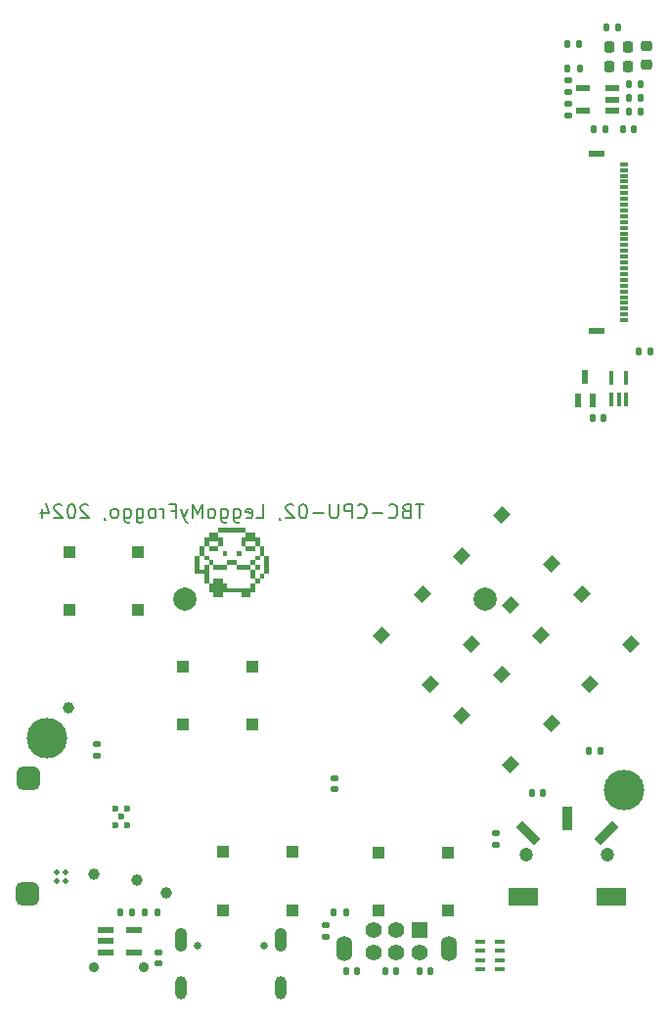
<source format=gbr>
%TF.GenerationSoftware,KiCad,Pcbnew,7.0.1*%
%TF.CreationDate,2024-09-27T15:08:14-07:00*%
%TF.ProjectId,agbc,61676263-2e6b-4696-9361-645f70636258,02*%
%TF.SameCoordinates,Original*%
%TF.FileFunction,Soldermask,Bot*%
%TF.FilePolarity,Negative*%
%FSLAX46Y46*%
G04 Gerber Fmt 4.6, Leading zero omitted, Abs format (unit mm)*
G04 Created by KiCad (PCBNEW 7.0.1) date 2024-09-27 15:08:14*
%MOMM*%
%LPD*%
G01*
G04 APERTURE LIST*
G04 Aperture macros list*
%AMRoundRect*
0 Rectangle with rounded corners*
0 $1 Rounding radius*
0 $2 $3 $4 $5 $6 $7 $8 $9 X,Y pos of 4 corners*
0 Add a 4 corners polygon primitive as box body*
4,1,4,$2,$3,$4,$5,$6,$7,$8,$9,$2,$3,0*
0 Add four circle primitives for the rounded corners*
1,1,$1+$1,$2,$3*
1,1,$1+$1,$4,$5*
1,1,$1+$1,$6,$7*
1,1,$1+$1,$8,$9*
0 Add four rect primitives between the rounded corners*
20,1,$1+$1,$2,$3,$4,$5,0*
20,1,$1+$1,$4,$5,$6,$7,0*
20,1,$1+$1,$6,$7,$8,$9,0*
20,1,$1+$1,$8,$9,$2,$3,0*%
%AMRotRect*
0 Rectangle, with rotation*
0 The origin of the aperture is its center*
0 $1 length*
0 $2 width*
0 $3 Rotation angle, in degrees counterclockwise*
0 Add horizontal line*
21,1,$1,$2,0,0,$3*%
G04 Aperture macros list end*
%ADD10C,0.200000*%
%ADD11C,0.650000*%
%ADD12O,1.050000X2.100000*%
%ADD13O,1.000000X2.000000*%
%ADD14C,0.900000*%
%ADD15C,3.500000*%
%ADD16C,0.500000*%
%ADD17C,0.600000*%
%ADD18C,2.000000*%
%ADD19R,1.400000X1.400000*%
%ADD20C,1.400000*%
%ADD21O,1.400000X2.200000*%
%ADD22RoundRect,0.140000X0.140000X0.170000X-0.140000X0.170000X-0.140000X-0.170000X0.140000X-0.170000X0*%
%ADD23R,1.000000X1.100000*%
%ADD24RoundRect,0.140000X0.170000X-0.140000X0.170000X0.140000X-0.170000X0.140000X-0.170000X-0.140000X0*%
%ADD25C,1.000000*%
%ADD26RoundRect,0.218750X-0.218750X-0.256250X0.218750X-0.256250X0.218750X0.256250X-0.218750X0.256250X0*%
%ADD27C,1.200000*%
%ADD28RotRect,0.800000X2.200000X225.000000*%
%ADD29R,2.600000X1.500000*%
%ADD30RotRect,0.800000X2.200000X135.000000*%
%ADD31R,0.823000X2.000000*%
%ADD32RoundRect,0.135000X0.135000X0.185000X-0.135000X0.185000X-0.135000X-0.185000X0.135000X-0.185000X0*%
%ADD33RoundRect,0.140000X-0.140000X-0.170000X0.140000X-0.170000X0.140000X0.170000X-0.140000X0.170000X0*%
%ADD34RoundRect,0.500000X0.500000X0.500000X-0.500000X0.500000X-0.500000X-0.500000X0.500000X-0.500000X0*%
%ADD35RoundRect,0.135000X-0.135000X-0.185000X0.135000X-0.185000X0.135000X0.185000X-0.135000X0.185000X0*%
%ADD36R,1.200000X0.600000*%
%ADD37R,0.900000X0.400000*%
%ADD38RotRect,1.000000X1.100000X315.000000*%
%ADD39RoundRect,0.218750X0.218750X0.256250X-0.218750X0.256250X-0.218750X-0.256250X0.218750X-0.256250X0*%
%ADD40RoundRect,0.218750X0.256250X-0.218750X0.256250X0.218750X-0.256250X0.218750X-0.256250X-0.218750X0*%
%ADD41RoundRect,0.135000X-0.185000X0.135000X-0.185000X-0.135000X0.185000X-0.135000X0.185000X0.135000X0*%
%ADD42R,0.550000X1.150000*%
%ADD43RoundRect,0.140000X-0.170000X0.140000X-0.170000X-0.140000X0.170000X-0.140000X0.170000X0.140000X0*%
%ADD44R,0.400000X1.200000*%
%ADD45R,0.650000X0.300000*%
%ADD46R,1.313000X0.550000*%
%ADD47R,1.400000X0.600000*%
G04 APERTURE END LIST*
D10*
X143499999Y-91003142D02*
X142814285Y-91003142D01*
X143157142Y-92203142D02*
X143157142Y-91003142D01*
X142014284Y-91574571D02*
X141842856Y-91631714D01*
X141842856Y-91631714D02*
X141785713Y-91688857D01*
X141785713Y-91688857D02*
X141728570Y-91803142D01*
X141728570Y-91803142D02*
X141728570Y-91974571D01*
X141728570Y-91974571D02*
X141785713Y-92088857D01*
X141785713Y-92088857D02*
X141842856Y-92146000D01*
X141842856Y-92146000D02*
X141957141Y-92203142D01*
X141957141Y-92203142D02*
X142414284Y-92203142D01*
X142414284Y-92203142D02*
X142414284Y-91003142D01*
X142414284Y-91003142D02*
X142014284Y-91003142D01*
X142014284Y-91003142D02*
X141899999Y-91060285D01*
X141899999Y-91060285D02*
X141842856Y-91117428D01*
X141842856Y-91117428D02*
X141785713Y-91231714D01*
X141785713Y-91231714D02*
X141785713Y-91346000D01*
X141785713Y-91346000D02*
X141842856Y-91460285D01*
X141842856Y-91460285D02*
X141899999Y-91517428D01*
X141899999Y-91517428D02*
X142014284Y-91574571D01*
X142014284Y-91574571D02*
X142414284Y-91574571D01*
X140528570Y-92088857D02*
X140585713Y-92146000D01*
X140585713Y-92146000D02*
X140757141Y-92203142D01*
X140757141Y-92203142D02*
X140871427Y-92203142D01*
X140871427Y-92203142D02*
X141042856Y-92146000D01*
X141042856Y-92146000D02*
X141157141Y-92031714D01*
X141157141Y-92031714D02*
X141214284Y-91917428D01*
X141214284Y-91917428D02*
X141271427Y-91688857D01*
X141271427Y-91688857D02*
X141271427Y-91517428D01*
X141271427Y-91517428D02*
X141214284Y-91288857D01*
X141214284Y-91288857D02*
X141157141Y-91174571D01*
X141157141Y-91174571D02*
X141042856Y-91060285D01*
X141042856Y-91060285D02*
X140871427Y-91003142D01*
X140871427Y-91003142D02*
X140757141Y-91003142D01*
X140757141Y-91003142D02*
X140585713Y-91060285D01*
X140585713Y-91060285D02*
X140528570Y-91117428D01*
X140014284Y-91746000D02*
X139099999Y-91746000D01*
X137842856Y-92088857D02*
X137899999Y-92146000D01*
X137899999Y-92146000D02*
X138071427Y-92203142D01*
X138071427Y-92203142D02*
X138185713Y-92203142D01*
X138185713Y-92203142D02*
X138357142Y-92146000D01*
X138357142Y-92146000D02*
X138471427Y-92031714D01*
X138471427Y-92031714D02*
X138528570Y-91917428D01*
X138528570Y-91917428D02*
X138585713Y-91688857D01*
X138585713Y-91688857D02*
X138585713Y-91517428D01*
X138585713Y-91517428D02*
X138528570Y-91288857D01*
X138528570Y-91288857D02*
X138471427Y-91174571D01*
X138471427Y-91174571D02*
X138357142Y-91060285D01*
X138357142Y-91060285D02*
X138185713Y-91003142D01*
X138185713Y-91003142D02*
X138071427Y-91003142D01*
X138071427Y-91003142D02*
X137899999Y-91060285D01*
X137899999Y-91060285D02*
X137842856Y-91117428D01*
X137328570Y-92203142D02*
X137328570Y-91003142D01*
X137328570Y-91003142D02*
X136871427Y-91003142D01*
X136871427Y-91003142D02*
X136757142Y-91060285D01*
X136757142Y-91060285D02*
X136699999Y-91117428D01*
X136699999Y-91117428D02*
X136642856Y-91231714D01*
X136642856Y-91231714D02*
X136642856Y-91403142D01*
X136642856Y-91403142D02*
X136699999Y-91517428D01*
X136699999Y-91517428D02*
X136757142Y-91574571D01*
X136757142Y-91574571D02*
X136871427Y-91631714D01*
X136871427Y-91631714D02*
X137328570Y-91631714D01*
X136128570Y-91003142D02*
X136128570Y-91974571D01*
X136128570Y-91974571D02*
X136071427Y-92088857D01*
X136071427Y-92088857D02*
X136014285Y-92146000D01*
X136014285Y-92146000D02*
X135899999Y-92203142D01*
X135899999Y-92203142D02*
X135671427Y-92203142D01*
X135671427Y-92203142D02*
X135557142Y-92146000D01*
X135557142Y-92146000D02*
X135499999Y-92088857D01*
X135499999Y-92088857D02*
X135442856Y-91974571D01*
X135442856Y-91974571D02*
X135442856Y-91003142D01*
X134871427Y-91746000D02*
X133957142Y-91746000D01*
X133157142Y-91003142D02*
X133042856Y-91003142D01*
X133042856Y-91003142D02*
X132928570Y-91060285D01*
X132928570Y-91060285D02*
X132871428Y-91117428D01*
X132871428Y-91117428D02*
X132814285Y-91231714D01*
X132814285Y-91231714D02*
X132757142Y-91460285D01*
X132757142Y-91460285D02*
X132757142Y-91746000D01*
X132757142Y-91746000D02*
X132814285Y-91974571D01*
X132814285Y-91974571D02*
X132871428Y-92088857D01*
X132871428Y-92088857D02*
X132928570Y-92146000D01*
X132928570Y-92146000D02*
X133042856Y-92203142D01*
X133042856Y-92203142D02*
X133157142Y-92203142D01*
X133157142Y-92203142D02*
X133271428Y-92146000D01*
X133271428Y-92146000D02*
X133328570Y-92088857D01*
X133328570Y-92088857D02*
X133385713Y-91974571D01*
X133385713Y-91974571D02*
X133442856Y-91746000D01*
X133442856Y-91746000D02*
X133442856Y-91460285D01*
X133442856Y-91460285D02*
X133385713Y-91231714D01*
X133385713Y-91231714D02*
X133328570Y-91117428D01*
X133328570Y-91117428D02*
X133271428Y-91060285D01*
X133271428Y-91060285D02*
X133157142Y-91003142D01*
X132299999Y-91117428D02*
X132242856Y-91060285D01*
X132242856Y-91060285D02*
X132128571Y-91003142D01*
X132128571Y-91003142D02*
X131842856Y-91003142D01*
X131842856Y-91003142D02*
X131728571Y-91060285D01*
X131728571Y-91060285D02*
X131671428Y-91117428D01*
X131671428Y-91117428D02*
X131614285Y-91231714D01*
X131614285Y-91231714D02*
X131614285Y-91346000D01*
X131614285Y-91346000D02*
X131671428Y-91517428D01*
X131671428Y-91517428D02*
X132357142Y-92203142D01*
X132357142Y-92203142D02*
X131614285Y-92203142D01*
X131042856Y-92146000D02*
X131042856Y-92203142D01*
X131042856Y-92203142D02*
X131099999Y-92317428D01*
X131099999Y-92317428D02*
X131157142Y-92374571D01*
X129042856Y-92203142D02*
X129614284Y-92203142D01*
X129614284Y-92203142D02*
X129614284Y-91003142D01*
X128185712Y-92146000D02*
X128299998Y-92203142D01*
X128299998Y-92203142D02*
X128528570Y-92203142D01*
X128528570Y-92203142D02*
X128642855Y-92146000D01*
X128642855Y-92146000D02*
X128699998Y-92031714D01*
X128699998Y-92031714D02*
X128699998Y-91574571D01*
X128699998Y-91574571D02*
X128642855Y-91460285D01*
X128642855Y-91460285D02*
X128528570Y-91403142D01*
X128528570Y-91403142D02*
X128299998Y-91403142D01*
X128299998Y-91403142D02*
X128185712Y-91460285D01*
X128185712Y-91460285D02*
X128128570Y-91574571D01*
X128128570Y-91574571D02*
X128128570Y-91688857D01*
X128128570Y-91688857D02*
X128699998Y-91803142D01*
X127099999Y-91403142D02*
X127099999Y-92374571D01*
X127099999Y-92374571D02*
X127157141Y-92488857D01*
X127157141Y-92488857D02*
X127214284Y-92546000D01*
X127214284Y-92546000D02*
X127328570Y-92603142D01*
X127328570Y-92603142D02*
X127499999Y-92603142D01*
X127499999Y-92603142D02*
X127614284Y-92546000D01*
X127099999Y-92146000D02*
X127214284Y-92203142D01*
X127214284Y-92203142D02*
X127442856Y-92203142D01*
X127442856Y-92203142D02*
X127557141Y-92146000D01*
X127557141Y-92146000D02*
X127614284Y-92088857D01*
X127614284Y-92088857D02*
X127671427Y-91974571D01*
X127671427Y-91974571D02*
X127671427Y-91631714D01*
X127671427Y-91631714D02*
X127614284Y-91517428D01*
X127614284Y-91517428D02*
X127557141Y-91460285D01*
X127557141Y-91460285D02*
X127442856Y-91403142D01*
X127442856Y-91403142D02*
X127214284Y-91403142D01*
X127214284Y-91403142D02*
X127099999Y-91460285D01*
X126014285Y-91403142D02*
X126014285Y-92374571D01*
X126014285Y-92374571D02*
X126071427Y-92488857D01*
X126071427Y-92488857D02*
X126128570Y-92546000D01*
X126128570Y-92546000D02*
X126242856Y-92603142D01*
X126242856Y-92603142D02*
X126414285Y-92603142D01*
X126414285Y-92603142D02*
X126528570Y-92546000D01*
X126014285Y-92146000D02*
X126128570Y-92203142D01*
X126128570Y-92203142D02*
X126357142Y-92203142D01*
X126357142Y-92203142D02*
X126471427Y-92146000D01*
X126471427Y-92146000D02*
X126528570Y-92088857D01*
X126528570Y-92088857D02*
X126585713Y-91974571D01*
X126585713Y-91974571D02*
X126585713Y-91631714D01*
X126585713Y-91631714D02*
X126528570Y-91517428D01*
X126528570Y-91517428D02*
X126471427Y-91460285D01*
X126471427Y-91460285D02*
X126357142Y-91403142D01*
X126357142Y-91403142D02*
X126128570Y-91403142D01*
X126128570Y-91403142D02*
X126014285Y-91460285D01*
X125271428Y-92203142D02*
X125385713Y-92146000D01*
X125385713Y-92146000D02*
X125442856Y-92088857D01*
X125442856Y-92088857D02*
X125499999Y-91974571D01*
X125499999Y-91974571D02*
X125499999Y-91631714D01*
X125499999Y-91631714D02*
X125442856Y-91517428D01*
X125442856Y-91517428D02*
X125385713Y-91460285D01*
X125385713Y-91460285D02*
X125271428Y-91403142D01*
X125271428Y-91403142D02*
X125099999Y-91403142D01*
X125099999Y-91403142D02*
X124985713Y-91460285D01*
X124985713Y-91460285D02*
X124928571Y-91517428D01*
X124928571Y-91517428D02*
X124871428Y-91631714D01*
X124871428Y-91631714D02*
X124871428Y-91974571D01*
X124871428Y-91974571D02*
X124928571Y-92088857D01*
X124928571Y-92088857D02*
X124985713Y-92146000D01*
X124985713Y-92146000D02*
X125099999Y-92203142D01*
X125099999Y-92203142D02*
X125271428Y-92203142D01*
X124357142Y-92203142D02*
X124357142Y-91003142D01*
X124357142Y-91003142D02*
X123957142Y-91860285D01*
X123957142Y-91860285D02*
X123557142Y-91003142D01*
X123557142Y-91003142D02*
X123557142Y-92203142D01*
X123099999Y-91403142D02*
X122814285Y-92203142D01*
X122528570Y-91403142D02*
X122814285Y-92203142D01*
X122814285Y-92203142D02*
X122928570Y-92488857D01*
X122928570Y-92488857D02*
X122985713Y-92546000D01*
X122985713Y-92546000D02*
X123099999Y-92603142D01*
X121671427Y-91574571D02*
X122071427Y-91574571D01*
X122071427Y-92203142D02*
X122071427Y-91003142D01*
X122071427Y-91003142D02*
X121499999Y-91003142D01*
X121042856Y-92203142D02*
X121042856Y-91403142D01*
X121042856Y-91631714D02*
X120985713Y-91517428D01*
X120985713Y-91517428D02*
X120928571Y-91460285D01*
X120928571Y-91460285D02*
X120814285Y-91403142D01*
X120814285Y-91403142D02*
X120699999Y-91403142D01*
X120128571Y-92203142D02*
X120242856Y-92146000D01*
X120242856Y-92146000D02*
X120299999Y-92088857D01*
X120299999Y-92088857D02*
X120357142Y-91974571D01*
X120357142Y-91974571D02*
X120357142Y-91631714D01*
X120357142Y-91631714D02*
X120299999Y-91517428D01*
X120299999Y-91517428D02*
X120242856Y-91460285D01*
X120242856Y-91460285D02*
X120128571Y-91403142D01*
X120128571Y-91403142D02*
X119957142Y-91403142D01*
X119957142Y-91403142D02*
X119842856Y-91460285D01*
X119842856Y-91460285D02*
X119785714Y-91517428D01*
X119785714Y-91517428D02*
X119728571Y-91631714D01*
X119728571Y-91631714D02*
X119728571Y-91974571D01*
X119728571Y-91974571D02*
X119785714Y-92088857D01*
X119785714Y-92088857D02*
X119842856Y-92146000D01*
X119842856Y-92146000D02*
X119957142Y-92203142D01*
X119957142Y-92203142D02*
X120128571Y-92203142D01*
X118700000Y-91403142D02*
X118700000Y-92374571D01*
X118700000Y-92374571D02*
X118757142Y-92488857D01*
X118757142Y-92488857D02*
X118814285Y-92546000D01*
X118814285Y-92546000D02*
X118928571Y-92603142D01*
X118928571Y-92603142D02*
X119100000Y-92603142D01*
X119100000Y-92603142D02*
X119214285Y-92546000D01*
X118700000Y-92146000D02*
X118814285Y-92203142D01*
X118814285Y-92203142D02*
X119042857Y-92203142D01*
X119042857Y-92203142D02*
X119157142Y-92146000D01*
X119157142Y-92146000D02*
X119214285Y-92088857D01*
X119214285Y-92088857D02*
X119271428Y-91974571D01*
X119271428Y-91974571D02*
X119271428Y-91631714D01*
X119271428Y-91631714D02*
X119214285Y-91517428D01*
X119214285Y-91517428D02*
X119157142Y-91460285D01*
X119157142Y-91460285D02*
X119042857Y-91403142D01*
X119042857Y-91403142D02*
X118814285Y-91403142D01*
X118814285Y-91403142D02*
X118700000Y-91460285D01*
X117614286Y-91403142D02*
X117614286Y-92374571D01*
X117614286Y-92374571D02*
X117671428Y-92488857D01*
X117671428Y-92488857D02*
X117728571Y-92546000D01*
X117728571Y-92546000D02*
X117842857Y-92603142D01*
X117842857Y-92603142D02*
X118014286Y-92603142D01*
X118014286Y-92603142D02*
X118128571Y-92546000D01*
X117614286Y-92146000D02*
X117728571Y-92203142D01*
X117728571Y-92203142D02*
X117957143Y-92203142D01*
X117957143Y-92203142D02*
X118071428Y-92146000D01*
X118071428Y-92146000D02*
X118128571Y-92088857D01*
X118128571Y-92088857D02*
X118185714Y-91974571D01*
X118185714Y-91974571D02*
X118185714Y-91631714D01*
X118185714Y-91631714D02*
X118128571Y-91517428D01*
X118128571Y-91517428D02*
X118071428Y-91460285D01*
X118071428Y-91460285D02*
X117957143Y-91403142D01*
X117957143Y-91403142D02*
X117728571Y-91403142D01*
X117728571Y-91403142D02*
X117614286Y-91460285D01*
X116871429Y-92203142D02*
X116985714Y-92146000D01*
X116985714Y-92146000D02*
X117042857Y-92088857D01*
X117042857Y-92088857D02*
X117100000Y-91974571D01*
X117100000Y-91974571D02*
X117100000Y-91631714D01*
X117100000Y-91631714D02*
X117042857Y-91517428D01*
X117042857Y-91517428D02*
X116985714Y-91460285D01*
X116985714Y-91460285D02*
X116871429Y-91403142D01*
X116871429Y-91403142D02*
X116700000Y-91403142D01*
X116700000Y-91403142D02*
X116585714Y-91460285D01*
X116585714Y-91460285D02*
X116528572Y-91517428D01*
X116528572Y-91517428D02*
X116471429Y-91631714D01*
X116471429Y-91631714D02*
X116471429Y-91974571D01*
X116471429Y-91974571D02*
X116528572Y-92088857D01*
X116528572Y-92088857D02*
X116585714Y-92146000D01*
X116585714Y-92146000D02*
X116700000Y-92203142D01*
X116700000Y-92203142D02*
X116871429Y-92203142D01*
X115900000Y-92146000D02*
X115900000Y-92203142D01*
X115900000Y-92203142D02*
X115957143Y-92317428D01*
X115957143Y-92317428D02*
X116014286Y-92374571D01*
X114528571Y-91117428D02*
X114471428Y-91060285D01*
X114471428Y-91060285D02*
X114357143Y-91003142D01*
X114357143Y-91003142D02*
X114071428Y-91003142D01*
X114071428Y-91003142D02*
X113957143Y-91060285D01*
X113957143Y-91060285D02*
X113900000Y-91117428D01*
X113900000Y-91117428D02*
X113842857Y-91231714D01*
X113842857Y-91231714D02*
X113842857Y-91346000D01*
X113842857Y-91346000D02*
X113900000Y-91517428D01*
X113900000Y-91517428D02*
X114585714Y-92203142D01*
X114585714Y-92203142D02*
X113842857Y-92203142D01*
X113100000Y-91003142D02*
X112985714Y-91003142D01*
X112985714Y-91003142D02*
X112871428Y-91060285D01*
X112871428Y-91060285D02*
X112814286Y-91117428D01*
X112814286Y-91117428D02*
X112757143Y-91231714D01*
X112757143Y-91231714D02*
X112700000Y-91460285D01*
X112700000Y-91460285D02*
X112700000Y-91746000D01*
X112700000Y-91746000D02*
X112757143Y-91974571D01*
X112757143Y-91974571D02*
X112814286Y-92088857D01*
X112814286Y-92088857D02*
X112871428Y-92146000D01*
X112871428Y-92146000D02*
X112985714Y-92203142D01*
X112985714Y-92203142D02*
X113100000Y-92203142D01*
X113100000Y-92203142D02*
X113214286Y-92146000D01*
X113214286Y-92146000D02*
X113271428Y-92088857D01*
X113271428Y-92088857D02*
X113328571Y-91974571D01*
X113328571Y-91974571D02*
X113385714Y-91746000D01*
X113385714Y-91746000D02*
X113385714Y-91460285D01*
X113385714Y-91460285D02*
X113328571Y-91231714D01*
X113328571Y-91231714D02*
X113271428Y-91117428D01*
X113271428Y-91117428D02*
X113214286Y-91060285D01*
X113214286Y-91060285D02*
X113100000Y-91003142D01*
X112242857Y-91117428D02*
X112185714Y-91060285D01*
X112185714Y-91060285D02*
X112071429Y-91003142D01*
X112071429Y-91003142D02*
X111785714Y-91003142D01*
X111785714Y-91003142D02*
X111671429Y-91060285D01*
X111671429Y-91060285D02*
X111614286Y-91117428D01*
X111614286Y-91117428D02*
X111557143Y-91231714D01*
X111557143Y-91231714D02*
X111557143Y-91346000D01*
X111557143Y-91346000D02*
X111614286Y-91517428D01*
X111614286Y-91517428D02*
X112300000Y-92203142D01*
X112300000Y-92203142D02*
X111557143Y-92203142D01*
X110528572Y-91403142D02*
X110528572Y-92203142D01*
X110814286Y-90946000D02*
X111100000Y-91803142D01*
X111100000Y-91803142D02*
X110357143Y-91803142D01*
%TO.C,REF\u002A\u002A*%
G36*
X130150000Y-96650000D02*
G01*
X129750000Y-96650000D01*
X129750000Y-97050000D01*
X130150000Y-97050000D01*
X130150000Y-96650000D01*
G37*
G36*
X130150000Y-96250000D02*
G01*
X129750000Y-96250000D01*
X129750000Y-96650000D01*
X130150000Y-96650000D01*
X130150000Y-96250000D01*
G37*
G36*
X130150000Y-95850000D02*
G01*
X129750000Y-95850000D01*
X129750000Y-96250000D01*
X130150000Y-96250000D01*
X130150000Y-95850000D01*
G37*
G36*
X130150000Y-95450000D02*
G01*
X129750000Y-95450000D01*
X129750000Y-95850000D01*
X130150000Y-95850000D01*
X130150000Y-95450000D01*
G37*
G36*
X129750000Y-97050000D02*
G01*
X129350000Y-97050000D01*
X129350000Y-97450000D01*
X129750000Y-97450000D01*
X129750000Y-97050000D01*
G37*
G36*
X129750000Y-95050000D02*
G01*
X129350000Y-95050000D01*
X129350000Y-95450000D01*
X129750000Y-95450000D01*
X129750000Y-95050000D01*
G37*
G36*
X129750000Y-94650000D02*
G01*
X129350000Y-94650000D01*
X129350000Y-95050000D01*
X129750000Y-95050000D01*
X129750000Y-94650000D01*
G37*
G36*
X129350000Y-97450000D02*
G01*
X128950000Y-97450000D01*
X128950000Y-97850000D01*
X129350000Y-97850000D01*
X129350000Y-97450000D01*
G37*
G36*
X129350000Y-96250000D02*
G01*
X128950000Y-96250000D01*
X128950000Y-96650000D01*
X129350000Y-96650000D01*
X129350000Y-96250000D01*
G37*
G36*
X129350000Y-95450000D02*
G01*
X128950000Y-95450000D01*
X128950000Y-95850000D01*
X129350000Y-95850000D01*
X129350000Y-95450000D01*
G37*
G36*
X129350000Y-94250000D02*
G01*
X128950000Y-94250000D01*
X128950000Y-94650000D01*
X129350000Y-94650000D01*
X129350000Y-94250000D01*
G37*
G36*
X129350000Y-93850000D02*
G01*
X127750000Y-93850000D01*
X127750000Y-94250000D01*
X129350000Y-94250000D01*
X129350000Y-93850000D01*
G37*
G36*
X128950000Y-98250000D02*
G01*
X124950000Y-98250000D01*
X124950000Y-98650000D01*
X128950000Y-98650000D01*
X128950000Y-98250000D01*
G37*
G36*
X128950000Y-97850000D02*
G01*
X128550000Y-97850000D01*
X128550000Y-98250000D01*
X128950000Y-98250000D01*
X128950000Y-97850000D01*
G37*
G36*
X128950000Y-97050000D02*
G01*
X128550000Y-97050000D01*
X128550000Y-97450000D01*
X128950000Y-97450000D01*
X128950000Y-97050000D01*
G37*
G36*
X128950000Y-96650000D02*
G01*
X128550000Y-96650000D01*
X128550000Y-97050000D01*
X128950000Y-97050000D01*
X128950000Y-96650000D01*
G37*
G36*
X128950000Y-95850000D02*
G01*
X128550000Y-95850000D01*
X128550000Y-96250000D01*
X128950000Y-96250000D01*
X128950000Y-95850000D01*
G37*
G36*
X128950000Y-94650000D02*
G01*
X128150000Y-94650000D01*
X128150000Y-95050000D01*
X128950000Y-95050000D01*
X128950000Y-94650000D01*
G37*
G36*
X128950000Y-93450000D02*
G01*
X128550000Y-93450000D01*
X128550000Y-93850000D01*
X128950000Y-93850000D01*
X128950000Y-93450000D01*
G37*
G36*
X128550000Y-98650000D02*
G01*
X127750000Y-98650000D01*
X127750000Y-99050000D01*
X128550000Y-99050000D01*
X128550000Y-98650000D01*
G37*
G36*
X128550000Y-96250000D02*
G01*
X127350000Y-96250000D01*
X127350000Y-96650000D01*
X128550000Y-96650000D01*
X128550000Y-96250000D01*
G37*
G36*
X128550000Y-93450000D02*
G01*
X128150000Y-93450000D01*
X128150000Y-93850000D01*
X128550000Y-93850000D01*
X128550000Y-93450000D01*
G37*
G36*
X128150000Y-94250000D02*
G01*
X127750000Y-94250000D01*
X127750000Y-94650000D01*
X128150000Y-94650000D01*
X128150000Y-94250000D01*
G37*
G36*
X128150000Y-93050000D02*
G01*
X127750000Y-93050000D01*
X127750000Y-93450000D01*
X128150000Y-93450000D01*
X128150000Y-93050000D01*
G37*
G36*
X127750000Y-95050000D02*
G01*
X127350000Y-95050000D01*
X127350000Y-95450000D01*
X127750000Y-95450000D01*
X127750000Y-95050000D01*
G37*
G36*
X127750000Y-93050000D02*
G01*
X127350000Y-93050000D01*
X127350000Y-93450000D01*
X127750000Y-93450000D01*
X127750000Y-93050000D01*
G37*
G36*
X127350000Y-95850000D02*
G01*
X126550000Y-95850000D01*
X126550000Y-96250000D01*
X127350000Y-96250000D01*
X127350000Y-95850000D01*
G37*
G36*
X127350000Y-93050000D02*
G01*
X126950000Y-93050000D01*
X126950000Y-93450000D01*
X127350000Y-93450000D01*
X127350000Y-93050000D01*
G37*
G36*
X126950000Y-93050000D02*
G01*
X126550000Y-93050000D01*
X126550000Y-93450000D01*
X126950000Y-93450000D01*
X126950000Y-93050000D01*
G37*
G36*
X126550000Y-97850000D02*
G01*
X126150000Y-97850000D01*
X126150000Y-98250000D01*
X126550000Y-98250000D01*
X126550000Y-97850000D01*
G37*
G36*
X126550000Y-96250000D02*
G01*
X125350000Y-96250000D01*
X125350000Y-96650000D01*
X126550000Y-96650000D01*
X126550000Y-96250000D01*
G37*
G36*
X126550000Y-95050000D02*
G01*
X126150000Y-95050000D01*
X126150000Y-95450000D01*
X126550000Y-95450000D01*
X126550000Y-95050000D01*
G37*
G36*
X126550000Y-93050000D02*
G01*
X126150000Y-93050000D01*
X126150000Y-93450000D01*
X126550000Y-93450000D01*
X126550000Y-93050000D01*
G37*
G36*
X126150000Y-98650000D02*
G01*
X125350000Y-98650000D01*
X125350000Y-99050000D01*
X126150000Y-99050000D01*
X126150000Y-98650000D01*
G37*
G36*
X126150000Y-97850000D02*
G01*
X125750000Y-97850000D01*
X125750000Y-98250000D01*
X126150000Y-98250000D01*
X126150000Y-97850000D01*
G37*
G36*
X126150000Y-97450000D02*
G01*
X125750000Y-97450000D01*
X125750000Y-97850000D01*
X126150000Y-97850000D01*
X126150000Y-97450000D01*
G37*
G36*
X126150000Y-94250000D02*
G01*
X125750000Y-94250000D01*
X125750000Y-94650000D01*
X126150000Y-94650000D01*
X126150000Y-94250000D01*
G37*
G36*
X126150000Y-93850000D02*
G01*
X124550000Y-93850000D01*
X124550000Y-94250000D01*
X126150000Y-94250000D01*
X126150000Y-93850000D01*
G37*
G36*
X126150000Y-93050000D02*
G01*
X125750000Y-93050000D01*
X125750000Y-93450000D01*
X126150000Y-93450000D01*
X126150000Y-93050000D01*
G37*
G36*
X125750000Y-97850000D02*
G01*
X125350000Y-97850000D01*
X125350000Y-98250000D01*
X125750000Y-98250000D01*
X125750000Y-97850000D01*
G37*
G36*
X125750000Y-97450000D02*
G01*
X125350000Y-97450000D01*
X125350000Y-97850000D01*
X125750000Y-97850000D01*
X125750000Y-97450000D01*
G37*
G36*
X125750000Y-94650000D02*
G01*
X124950000Y-94650000D01*
X124950000Y-95050000D01*
X125750000Y-95050000D01*
X125750000Y-94650000D01*
G37*
G36*
X125750000Y-93450000D02*
G01*
X125350000Y-93450000D01*
X125350000Y-93850000D01*
X125750000Y-93850000D01*
X125750000Y-93450000D01*
G37*
G36*
X125350000Y-97850000D02*
G01*
X124950000Y-97850000D01*
X124950000Y-98250000D01*
X125350000Y-98250000D01*
X125350000Y-97850000D01*
G37*
G36*
X125350000Y-95850000D02*
G01*
X124950000Y-95850000D01*
X124950000Y-96250000D01*
X125350000Y-96250000D01*
X125350000Y-95850000D01*
G37*
G36*
X125350000Y-93450000D02*
G01*
X124950000Y-93450000D01*
X124950000Y-93850000D01*
X125350000Y-93850000D01*
X125350000Y-93450000D01*
G37*
G36*
X124950000Y-97450000D02*
G01*
X124550000Y-97450000D01*
X124550000Y-97850000D01*
X124950000Y-97850000D01*
X124950000Y-97450000D01*
G37*
G36*
X124950000Y-97050000D02*
G01*
X124550000Y-97050000D01*
X124550000Y-97450000D01*
X124950000Y-97450000D01*
X124950000Y-97050000D01*
G37*
G36*
X124950000Y-96650000D02*
G01*
X124550000Y-96650000D01*
X124550000Y-97050000D01*
X124950000Y-97050000D01*
X124950000Y-96650000D01*
G37*
G36*
X124950000Y-96250000D02*
G01*
X124550000Y-96250000D01*
X124550000Y-96650000D01*
X124950000Y-96650000D01*
X124950000Y-96250000D01*
G37*
G36*
X124950000Y-95450000D02*
G01*
X124550000Y-95450000D01*
X124550000Y-95850000D01*
X124950000Y-95850000D01*
X124950000Y-95450000D01*
G37*
G36*
X124950000Y-94250000D02*
G01*
X124550000Y-94250000D01*
X124550000Y-94650000D01*
X124950000Y-94650000D01*
X124950000Y-94250000D01*
G37*
G36*
X124550000Y-96650000D02*
G01*
X124150000Y-96650000D01*
X124150000Y-97050000D01*
X124550000Y-97050000D01*
X124550000Y-96650000D01*
G37*
G36*
X124550000Y-95050000D02*
G01*
X124150000Y-95050000D01*
X124150000Y-95450000D01*
X124550000Y-95450000D01*
X124550000Y-95050000D01*
G37*
G36*
X124550000Y-94650000D02*
G01*
X124150000Y-94650000D01*
X124150000Y-95050000D01*
X124550000Y-95050000D01*
X124550000Y-94650000D01*
G37*
G36*
X124150000Y-96650000D02*
G01*
X123750000Y-96650000D01*
X123750000Y-97050000D01*
X124150000Y-97050000D01*
X124150000Y-96650000D01*
G37*
G36*
X124150000Y-96250000D02*
G01*
X123750000Y-96250000D01*
X123750000Y-96650000D01*
X124150000Y-96650000D01*
X124150000Y-96250000D01*
G37*
G36*
X124150000Y-95850000D02*
G01*
X123750000Y-95850000D01*
X123750000Y-96250000D01*
X124150000Y-96250000D01*
X124150000Y-95850000D01*
G37*
G36*
X124150000Y-95450000D02*
G01*
X123750000Y-95450000D01*
X123750000Y-95850000D01*
X124150000Y-95850000D01*
X124150000Y-95450000D01*
G37*
%TD*%
D11*
%TO.C,J5*%
X123990000Y-129170000D03*
X129770000Y-129170000D03*
D12*
X122560000Y-128670000D03*
D13*
X122560000Y-132850000D03*
X131200000Y-132850000D03*
D12*
X131200000Y-128670000D03*
%TD*%
D14*
%TO.C,S1*%
X115025000Y-131050000D03*
X119275000Y-131050000D03*
%TD*%
D15*
%TO.C,REF\u002A\u002A*%
X160900000Y-115700000D03*
%TD*%
D16*
%TO.C,U4*%
X111750000Y-122800000D03*
X111750000Y-123600000D03*
X112550000Y-122800000D03*
X112550000Y-123600000D03*
%TD*%
D15*
%TO.C,REF\u002A\u002A*%
X110900000Y-111200000D03*
%TD*%
D17*
%TO.C,U7*%
X116850000Y-117300000D03*
X116850000Y-118800000D03*
X117350000Y-118050000D03*
X117850000Y-117300000D03*
X117850000Y-118800000D03*
%TD*%
D18*
%TO.C,J2*%
X122900000Y-99200000D03*
X148900000Y-99200000D03*
%TD*%
D19*
%TO.C,J1*%
X143200000Y-127800000D03*
D20*
X143200000Y-129800000D03*
X141200000Y-127800000D03*
X141200000Y-129800000D03*
X139200000Y-127800000D03*
X139200000Y-129800000D03*
D21*
X145700000Y-129400000D03*
X136700000Y-129400000D03*
%TD*%
D22*
%TO.C,C12*%
X163150000Y-77825000D03*
X162190000Y-77825000D03*
%TD*%
D23*
%TO.C,SW6*%
X128700000Y-105050000D03*
X122700000Y-105050000D03*
X128700000Y-110050000D03*
X122700000Y-110050000D03*
%TD*%
D24*
%TO.C,C27*%
X156050000Y-55340000D03*
X156050000Y-54380000D03*
%TD*%
D25*
%TO.C,TP3*%
X118700000Y-123475000D03*
%TD*%
D24*
%TO.C,C26*%
X156050000Y-57350000D03*
X156050000Y-56390000D03*
%TD*%
D25*
%TO.C,TP4*%
X112800000Y-108600000D03*
%TD*%
D24*
%TO.C,C16*%
X120625000Y-130725000D03*
X120625000Y-129765000D03*
%TD*%
D26*
%TO.C,D3*%
X159650000Y-53150000D03*
X161225000Y-53150000D03*
%TD*%
D27*
%TO.C,VR1*%
X159450000Y-121350000D03*
X152450000Y-121350000D03*
D28*
X152550000Y-119450000D03*
D29*
X159750000Y-124950000D03*
D30*
X159350000Y-119450000D03*
D31*
X155961500Y-118150000D03*
D29*
X152150000Y-124973000D03*
%TD*%
D32*
%TO.C,R22*%
X118335000Y-126350000D03*
X117315000Y-126350000D03*
%TD*%
D33*
%TO.C,C30*%
X158290000Y-58600000D03*
X159250000Y-58600000D03*
%TD*%
D34*
%TO.C,TP6*%
X109250000Y-124700000D03*
%TD*%
D25*
%TO.C,TP2*%
X121225000Y-124600000D03*
%TD*%
D35*
%TO.C,R2*%
X135780000Y-126350000D03*
X136800000Y-126350000D03*
%TD*%
D36*
%TO.C,U9*%
X159860000Y-55050000D03*
X159860000Y-56000000D03*
X159860000Y-56950000D03*
X157360000Y-56950000D03*
X157360000Y-55050000D03*
%TD*%
D34*
%TO.C,TP5*%
X109300000Y-114700000D03*
%TD*%
D37*
%TO.C,RN1*%
X148450000Y-131250000D03*
X148450000Y-130450000D03*
X148450000Y-129650000D03*
X148450000Y-128850000D03*
X150150000Y-128850000D03*
X150150000Y-129650000D03*
X150150000Y-130450000D03*
X150150000Y-131250000D03*
%TD*%
D38*
%TO.C,SW4*%
X153705245Y-102369218D03*
X157947885Y-106611858D03*
X157240779Y-98833684D03*
X161483419Y-103076324D03*
%TD*%
D22*
%TO.C,C28*%
X161750000Y-58600000D03*
X160790000Y-58600000D03*
%TD*%
%TO.C,C10*%
X153850000Y-116000000D03*
X152890000Y-116000000D03*
%TD*%
D32*
%TO.C,R19*%
X162340000Y-55900000D03*
X161320000Y-55900000D03*
%TD*%
D22*
%TO.C,C6*%
X144150000Y-131350000D03*
X143190000Y-131350000D03*
%TD*%
D32*
%TO.C,R15*%
X158825000Y-112325000D03*
X157805000Y-112325000D03*
%TD*%
%TO.C,R21*%
X162350000Y-54700000D03*
X161330000Y-54700000D03*
%TD*%
D25*
%TO.C,TP1*%
X115025000Y-123025000D03*
%TD*%
D22*
%TO.C,C3*%
X141200000Y-131350000D03*
X140240000Y-131350000D03*
%TD*%
D32*
%TO.C,R12*%
X120460000Y-126350000D03*
X119440000Y-126350000D03*
%TD*%
D22*
%TO.C,C4*%
X137800000Y-131350000D03*
X136840000Y-131350000D03*
%TD*%
D39*
%TO.C,D2*%
X161225000Y-51450000D03*
X159650000Y-51450000D03*
%TD*%
D40*
%TO.C,D1*%
X162850000Y-52987500D03*
X162850000Y-51412500D03*
%TD*%
D32*
%TO.C,R20*%
X162350000Y-57050000D03*
X161330000Y-57050000D03*
%TD*%
%TO.C,R18*%
X157035000Y-53350000D03*
X156015000Y-53350000D03*
%TD*%
D41*
%TO.C,R5*%
X115275000Y-111765000D03*
X115275000Y-112785000D03*
%TD*%
D23*
%TO.C,SW8*%
X145650000Y-121150000D03*
X139650000Y-121150000D03*
X145650000Y-126150000D03*
X139650000Y-126150000D03*
%TD*%
%TO.C,SW7*%
X132172025Y-121100000D03*
X126172025Y-121100000D03*
X132172025Y-126100000D03*
X126172025Y-126100000D03*
%TD*%
D42*
%TO.C,Q2*%
X158175000Y-82000000D03*
X156875000Y-82000000D03*
X157525000Y-80000000D03*
%TD*%
D22*
%TO.C,C29*%
X159130000Y-83575000D03*
X158170000Y-83575000D03*
%TD*%
D23*
%TO.C,SW5*%
X118850000Y-95150000D03*
X112850000Y-95150000D03*
X118850000Y-100150000D03*
X112850000Y-100150000D03*
%TD*%
D43*
%TO.C,C9*%
X135850000Y-114670000D03*
X135850000Y-115630000D03*
%TD*%
D35*
%TO.C,R17*%
X156000000Y-51200000D03*
X157020000Y-51200000D03*
%TD*%
D38*
%TO.C,SW2*%
X146805245Y-109269218D03*
X151047885Y-113511858D03*
X150340779Y-105733684D03*
X154583419Y-109976324D03*
%TD*%
D44*
%TO.C,IC2*%
X161075000Y-81950000D03*
X160425000Y-81950000D03*
X159775000Y-81950000D03*
X159775000Y-80050000D03*
X161075000Y-80050000D03*
%TD*%
D41*
%TO.C,R16*%
X149800000Y-119430000D03*
X149800000Y-120450000D03*
%TD*%
D38*
%TO.C,SW3*%
X146805245Y-95469218D03*
X151047885Y-99711858D03*
X150340779Y-91933684D03*
X154583419Y-96176324D03*
%TD*%
D43*
%TO.C,C2*%
X135100000Y-127450000D03*
X135100000Y-128410000D03*
%TD*%
D38*
%TO.C,SW1*%
X139905245Y-102369218D03*
X144147885Y-106611858D03*
X143440779Y-98833684D03*
X147683419Y-103076324D03*
%TD*%
D35*
%TO.C,R9*%
X159330000Y-49775000D03*
X160350000Y-49775000D03*
%TD*%
D45*
%TO.C,J3*%
X160875000Y-75100000D03*
X160875000Y-74600000D03*
X160875000Y-74100000D03*
X160875000Y-73600000D03*
X160875000Y-73100000D03*
X160875000Y-72600000D03*
X160875000Y-72100000D03*
X160875000Y-71600000D03*
X160875000Y-71100000D03*
X160875000Y-70600000D03*
X160875000Y-70100000D03*
X160875000Y-69600000D03*
X160875000Y-69100000D03*
X160875000Y-68600000D03*
X160875000Y-68100000D03*
X160875000Y-67600000D03*
X160875000Y-67100000D03*
X160875000Y-66600000D03*
X160875000Y-66100000D03*
X160875000Y-65600000D03*
X160875000Y-65100000D03*
X160875000Y-64600000D03*
X160875000Y-64100000D03*
X160875000Y-63600000D03*
X160875000Y-63100000D03*
X160875000Y-62600000D03*
X160875000Y-62100000D03*
X160875000Y-61600000D03*
D46*
X158543500Y-76025000D03*
X158543500Y-60675000D03*
%TD*%
D47*
%TO.C,IC1*%
X116000000Y-129750000D03*
X116000000Y-128800000D03*
X116000000Y-127850000D03*
X118500000Y-127850000D03*
X118500000Y-129750000D03*
%TD*%
M02*

</source>
